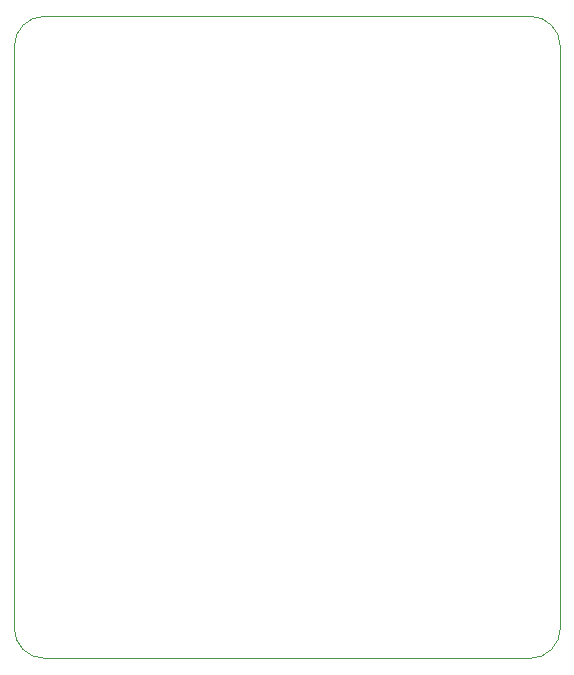
<source format=gm1>
%TF.GenerationSoftware,KiCad,Pcbnew,8.0.7*%
%TF.CreationDate,2025-04-28T07:09:17+02:00*%
%TF.ProjectId,GPIO Power Switch,4750494f-2050-46f7-9765-722053776974,V0*%
%TF.SameCoordinates,Original*%
%TF.FileFunction,Profile,NP*%
%FSLAX46Y46*%
G04 Gerber Fmt 4.6, Leading zero omitted, Abs format (unit mm)*
G04 Created by KiCad (PCBNEW 8.0.7) date 2025-04-28 07:09:17*
%MOMM*%
%LPD*%
G01*
G04 APERTURE LIST*
%TA.AperFunction,Profile*%
%ADD10C,0.100000*%
%TD*%
G04 APERTURE END LIST*
D10*
X42164000Y3048000D02*
X1016000Y3048000D01*
X-1524000Y508000D02*
X-1524000Y-48768000D01*
X44704000Y-48768000D02*
G75*
G02*
X42164000Y-51308000I-2540000J0D01*
G01*
X1016000Y-51308000D02*
G75*
G02*
X-1524000Y-48768000I0J2540000D01*
G01*
X-1524000Y508000D02*
G75*
G02*
X1016000Y3048000I2540000J0D01*
G01*
X42164000Y-51308000D02*
X1016000Y-51308000D01*
X44704000Y508000D02*
X44704000Y-48768000D01*
X42164000Y3048000D02*
G75*
G02*
X44704000Y508000I-200J-2540200D01*
G01*
M02*

</source>
